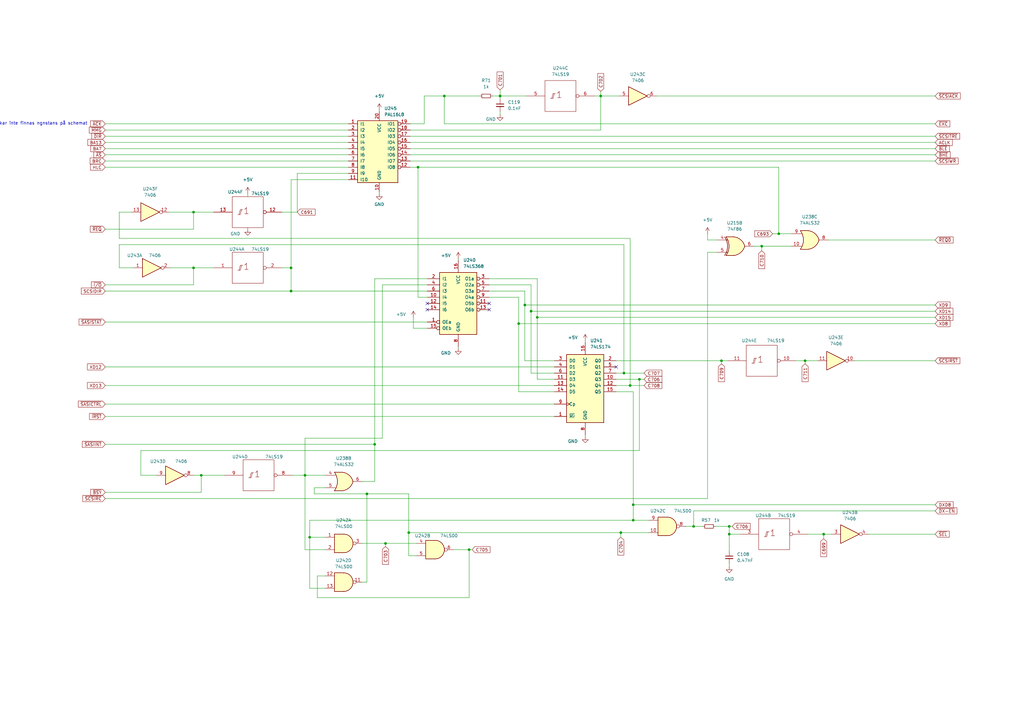
<source format=kicad_sch>
(kicad_sch (version 20211123) (generator eeschema)
  (paper "A3")
  (lib_symbols
    (symbol "74xx:74LS00" (pin_names (offset 1.016))
      (property "Reference" "U" (at 0 1.27 0))
      (property "Value" "74LS00" (at 0 -1.27 0))
      (symbol "74LS00_1_1"
        (pin input line (at -7.62 2.54 0) (length 3.81) (name "~") (number "1"))
        (pin input line (at -7.62 -2.54 0) (length 3.81) (name "~") (number "2"))
        (pin output inverted (at 7.62 0 180) (length 3.81) (name "~") (number "3"))
      )
      (symbol "74LS00_1_2"
        (pin input inverted (at -7.62 2.54 0) (length 4.318) (name "~") (number "1"))
        (pin input inverted (at -7.62 -2.54 0) (length 4.318) (name "~") (number "2"))
        (pin output line (at 7.62 0 180) (length 3.81) (name "~") (number "3"))
      )
      (symbol "74LS00_2_1"
        (pin input line (at -7.62 2.54 0) (length 3.81) (name "~") (number "4"))
        (pin input line (at -7.62 -2.54 0) (length 3.81) (name "~") (number "5"))
        (pin output inverted (at 7.62 0 180) (length 3.81) (name "~") (number "6"))
      )
      (symbol "74LS00_2_2"
        (pin input inverted (at -7.62 2.54 0) (length 4.318) (name "~") (number "4"))
        (pin input inverted (at -7.62 -2.54 0) (length 4.318) (name "~") (number "5"))
        (pin output line (at 7.62 0 180) (length 3.81) (name "~") (number "6"))
      )
      (symbol "74LS00_3_1"
        (pin input line (at -7.62 -2.54 0) (length 3.81) (name "~") (number "10"))
        (pin output inverted (at 7.62 0 180) (length 3.81) (name "~") (number "8"))
        (pin input line (at -7.62 2.54 0) (length 3.81) (name "~") (number "9"))
      )
      (symbol "74LS00_3_2"
        (pin input inverted (at -7.62 -2.54 0) (length 4.318) (name "~") (number "10"))
        (pin output line (at 7.62 0 180) (length 3.81) (name "~") (number "8"))
        (pin input inverted (at -7.62 2.54 0) (length 4.318) (name "~") (number "9"))
      )
      (symbol "74LS00_4_1"
        (pin output inverted (at 7.62 0 180) (length 3.81) (name "~") (number "11"))
        (pin input line (at -7.62 2.54 0) (length 3.81) (name "~") (number "12"))
        (pin input line (at -7.62 -2.54 0) (length 3.81) (name "~") (number "13"))
      )
      (symbol "74LS00_4_2"
        (pin output line (at 7.62 0 180) (length 3.81) (name "~") (number "11"))
        (pin input inverted (at -7.62 2.54 0) (length 4.318) (name "~") (number "12"))
        (pin input inverted (at -7.62 -2.54 0) (length 4.318) (name "~") (number "13"))
      )
      (symbol "74LS00_5_0"
        (pin power_in line (at 0 12.7 270) (length 5.08) (name "VCC") (number "14"))
        (pin power_in line (at 0 -12.7 90) (length 5.08) (name "GND") (number "7"))
      )
    )
    (symbol "74xx:74LS06" (pin_names (offset 1.016))
      (property "Reference" "U" (at 0 1.27 0))
      (property "Value" "74LS06" (at 0 -1.27 0))
      (symbol "74LS06_1_0"
        (pin input line (at -7.62 0 0) (length 3.81) (name "~") (number "1"))
        (pin open_collector inverted (at 7.62 0 180) (length 3.81) (name "~") (number "2"))
      )
      (symbol "74LS06_2_0"
        (pin input line (at -7.62 0 0) (length 3.81) (name "~") (number "3"))
        (pin open_collector inverted (at 7.62 0 180) (length 3.81) (name "~") (number "4"))
      )
      (symbol "74LS06_3_0"
        (pin input line (at -7.62 0 0) (length 3.81) (name "~") (number "5"))
        (pin open_collector inverted (at 7.62 0 180) (length 3.81) (name "~") (number "6"))
      )
      (symbol "74LS06_4_0"
        (pin open_collector inverted (at 7.62 0 180) (length 3.81) (name "~") (number "8"))
        (pin input line (at -7.62 0 0) (length 3.81) (name "~") (number "9"))
      )
      (symbol "74LS06_5_0"
        (pin open_collector inverted (at 7.62 0 180) (length 3.81) (name "~") (number "10"))
        (pin input line (at -7.62 0 0) (length 3.81) (name "~") (number "11"))
      )
      (symbol "74LS06_6_0"
        (pin open_collector inverted (at 7.62 0 180) (length 3.81) (name "~") (number "12"))
        (pin input line (at -7.62 0 0) (length 3.81) (name "~") (number "13"))
      )
      (symbol "74LS06_7_0"
        (pin power_in line (at 0 12.7 270) (length 5.08) (name "VCC") (number "14"))
        (pin power_in line (at 0 -12.7 90) (length 5.08) (name "GND") (number "7"))
      )
    )
    (symbol "74xx:74LS174" (pin_names (offset 1.016))
      (property "Reference" "U" (at -7.62 13.97 0))
      (property "Value" "74LS174" (at -7.62 -16.51 0))
      (symbol "74LS174_1_0"
        (pin input line (at -12.7 -12.7 0) (length 5.08) (name "~{Mr}") (number "1"))
        (pin output line (at 12.7 2.54 180) (length 5.08) (name "Q3") (number "10"))
        (pin input line (at -12.7 2.54 0) (length 5.08) (name "D3") (number "11"))
        (pin output line (at 12.7 0 180) (length 5.08) (name "Q4") (number "12"))
        (pin input line (at -12.7 0 0) (length 5.08) (name "D4") (number "13"))
        (pin input line (at -12.7 -2.54 0) (length 5.08) (name "D5") (number "14"))
        (pin output line (at 12.7 -2.54 180) (length 5.08) (name "Q5") (number "15"))
        (pin power_in line (at 0 17.78 270) (length 5.08) (name "VCC") (number "16"))
        (pin output line (at 12.7 10.16 180) (length 5.08) (name "Q0") (number "2"))
        (pin input line (at -12.7 10.16 0) (length 5.08) (name "D0") (number "3"))
        (pin input line (at -12.7 7.62 0) (length 5.08) (name "D1") (number "4"))
        (pin output line (at 12.7 7.62 180) (length 5.08) (name "Q1") (number "5"))
        (pin input line (at -12.7 5.08 0) (length 5.08) (name "D2") (number "6"))
        (pin output line (at 12.7 5.08 180) (length 5.08) (name "Q2") (number "7"))
        (pin power_in line (at 0 -20.32 90) (length 5.08) (name "GND") (number "8"))
        (pin input clock (at -12.7 -7.62 0) (length 5.08) (name "Cp") (number "9"))
      )
    )
    (symbol "74xx:74LS32" (pin_names (offset 1.016))
      (property "Reference" "U" (at 0 1.27 0))
      (property "Value" "74LS32" (at 0 -1.27 0))
      (symbol "74LS32_1_1"
        (pin input line (at -7.62 2.54 0) (length 4.318) (name "~") (number "1"))
        (pin input line (at -7.62 -2.54 0) (length 4.318) (name "~") (number "2"))
        (pin output line (at 7.62 0 180) (length 3.81) (name "~") (number "3"))
      )
      (symbol "74LS32_1_2"
        (pin input inverted (at -7.62 2.54 0) (length 3.81) (name "~") (number "1"))
        (pin input inverted (at -7.62 -2.54 0) (length 3.81) (name "~") (number "2"))
        (pin output inverted (at 7.62 0 180) (length 3.81) (name "~") (number "3"))
      )
      (symbol "74LS32_2_1"
        (pin input line (at -7.62 2.54 0) (length 4.318) (name "~") (number "4"))
        (pin input line (at -7.62 -2.54 0) (length 4.318) (name "~") (number "5"))
        (pin output line (at 7.62 0 180) (length 3.81) (name "~") (number "6"))
      )
      (symbol "74LS32_2_2"
        (pin input inverted (at -7.62 2.54 0) (length 3.81) (name "~") (number "4"))
        (pin input inverted (at -7.62 -2.54 0) (length 3.81) (name "~") (number "5"))
        (pin output inverted (at 7.62 0 180) (length 3.81) (name "~") (number "6"))
      )
      (symbol "74LS32_3_1"
        (pin input line (at -7.62 -2.54 0) (length 4.318) (name "~") (number "10"))
        (pin output line (at 7.62 0 180) (length 3.81) (name "~") (number "8"))
        (pin input line (at -7.62 2.54 0) (length 4.318) (name "~") (number "9"))
      )
      (symbol "74LS32_3_2"
        (pin input inverted (at -7.62 -2.54 0) (length 3.81) (name "~") (number "10"))
        (pin output inverted (at 7.62 0 180) (length 3.81) (name "~") (number "8"))
        (pin input inverted (at -7.62 2.54 0) (length 3.81) (name "~") (number "9"))
      )
      (symbol "74LS32_4_1"
        (pin output line (at 7.62 0 180) (length 3.81) (name "~") (number "11"))
        (pin input line (at -7.62 2.54 0) (length 4.318) (name "~") (number "12"))
        (pin input line (at -7.62 -2.54 0) (length 4.318) (name "~") (number "13"))
      )
      (symbol "74LS32_4_2"
        (pin output inverted (at 7.62 0 180) (length 3.81) (name "~") (number "11"))
        (pin input inverted (at -7.62 2.54 0) (length 3.81) (name "~") (number "12"))
        (pin input inverted (at -7.62 -2.54 0) (length 3.81) (name "~") (number "13"))
      )
      (symbol "74LS32_5_0"
        (pin power_in line (at 0 12.7 270) (length 5.08) (name "VCC") (number "14"))
        (pin power_in line (at 0 -12.7 90) (length 5.08) (name "GND") (number "7"))
      )
    )
    (symbol "74xx:74LS368" (pin_names (offset 1.016))
      (property "Reference" "U" (at -7.62 13.97 0))
      (property "Value" "74LS368" (at -7.62 -13.97 0))
      (symbol "74LS368_1_0"
        (pin input inverted (at -12.7 -7.62 0) (length 5.08) (name "OEa") (number "1"))
        (pin input line (at -12.7 2.54 0) (length 5.08) (name "I4") (number "10"))
        (pin tri_state inverted (at 12.7 0 180) (length 5.08) (name "O5b") (number "11"))
        (pin input line (at -12.7 0 0) (length 5.08) (name "I5") (number "12"))
        (pin tri_state inverted (at 12.7 -2.54 180) (length 5.08) (name "O6b") (number "13"))
        (pin input line (at -12.7 -2.54 0) (length 5.08) (name "I6") (number "14"))
        (pin input inverted (at -12.7 -10.16 0) (length 5.08) (name "OEb") (number "15"))
        (pin power_in line (at 0 17.78 270) (length 5.08) (name "VCC") (number "16"))
        (pin input line (at -12.7 10.16 0) (length 5.08) (name "I1") (number "2"))
        (pin tri_state inverted (at 12.7 10.16 180) (length 5.08) (name "O1a") (number "3"))
        (pin input line (at -12.7 7.62 0) (length 5.08) (name "I2") (number "4"))
        (pin tri_state inverted (at 12.7 7.62 180) (length 5.08) (name "O2a") (number "5"))
        (pin input line (at -12.7 5.08 0) (length 5.08) (name "I3") (number "6"))
        (pin tri_state inverted (at 12.7 5.08 180) (length 5.08) (name "O3a") (number "7"))
        (pin power_in line (at 0 -17.78 90) (length 5.08) (name "GND") (number "8"))
        (pin tri_state inverted (at 12.7 2.54 180) (length 5.08) (name "O4a") (number "9"))
      )
    )
    (symbol "74xx:74LS86" (pin_names (offset 1.016))
      (property "Reference" "U" (at 0 1.27 0))
      (property "Value" "74LS86" (at 0 -1.27 0))
      (symbol "74LS86_1_0"
        (pin input line (at -7.62 2.54 0) (length 4.445) (name "~") (number "1"))
        (pin input line (at -7.62 -2.54 0) (length 4.445) (name "~") (number "2"))
        (pin output line (at 7.62 0 180) (length 3.81) (name "~") (number "3"))
      )
      (symbol "74LS86_2_0"
        (pin input line (at -7.62 2.54 0) (length 4.445) (name "~") (number "4"))
        (pin input line (at -7.62 -2.54 0) (length 4.445) (name "~") (number "5"))
        (pin output line (at 7.62 0 180) (length 3.81) (name "~") (number "6"))
      )
      (symbol "74LS86_3_0"
        (pin input line (at -7.62 -2.54 0) (length 4.445) (name "~") (number "10"))
        (pin output line (at 7.62 0 180) (length 3.81) (name "~") (number "8"))
        (pin input line (at -7.62 2.54 0) (length 4.445) (name "~") (number "9"))
      )
      (symbol "74LS86_4_0"
        (pin output line (at 7.62 0 180) (length 3.81) (name "~") (number "11"))
        (pin input line (at -7.62 2.54 0) (length 4.445) (name "~") (number "12"))
        (pin input line (at -7.62 -2.54 0) (length 4.445) (name "~") (number "13"))
      )
      (symbol "74LS86_5_0"
        (pin power_in line (at 0 12.7 270) (length 5.08) (name "VCC") (number "14"))
        (pin power_in line (at 0 -12.7 90) (length 5.08) (name "GND") (number "7"))
      )
    )
    (symbol "74xx_IEEE:74LS19" (pin_names (offset 0.762))
      (property "Reference" "U" (at 3.81 7.62 0))
      (property "Value" "74LS19" (at 5.08 -7.62 0))
      (symbol "74LS19_0_0"
        (text "1" (at -0.508 0.508 0) (effects (font (size 2.54 2.54))))
      )
      (symbol "74LS19_0_1"
        (pin power_in line (at 0 6.35 270) (length 0) hide (name "Vcc") (number "14"))
        (pin power_in line (at 0 -6.35 90) (length 0) hide (name "Gnd") (number "7"))
      )
      (symbol "74LS19_1_1"
        (pin input line (at -13.97 0 0) (length 7.62) (name "~") (number "1"))
        (pin output inverted (at 13.97 0 180) (length 7.62) (name "~") (number "2"))
      )
      (symbol "74LS19_2_1"
        (pin input line (at -13.97 0 0) (length 7.62) (name "~") (number "3"))
        (pin output inverted (at 13.97 0 180) (length 7.62) (name "~") (number "4"))
      )
      (symbol "74LS19_3_1"
        (pin input line (at -13.97 0 0) (length 7.62) (name "~") (number "5"))
        (pin output inverted (at 13.97 0 180) (length 7.62) (name "~") (number "6"))
      )
      (symbol "74LS19_4_1"
        (pin output inverted (at 13.97 0 180) (length 7.62) (name "~") (number "8"))
        (pin input line (at -13.97 0 0) (length 7.62) (name "~") (number "9"))
      )
      (symbol "74LS19_5_1"
        (pin output inverted (at 13.97 0 180) (length 7.62) (name "~") (number "10"))
        (pin input line (at -13.97 0 0) (length 7.62) (name "~") (number "11"))
      )
      (symbol "74LS19_6_1"
        (pin output inverted (at 13.97 0 180) (length 7.62) (name "~") (number "12"))
        (pin input line (at -13.97 0 0) (length 7.62) (name "~") (number "13"))
      )
    )
    (symbol "Device:C_Small" (pin_numbers hide) (pin_names (offset 0.254) hide)
      (property "Reference" "C" (at 0.254 1.778 0))
      (property "Value" "C_Small" (at 0.254 -2.032 0))
      (symbol "C_Small_1_1"
        (pin passive line (at 0 2.54 270) (length 2.032) (name "~") (number "1"))
        (pin passive line (at 0 -2.54 90) (length 2.032) (name "~") (number "2"))
      )
    )
    (symbol "Device:R_Small" (pin_numbers hide) (pin_names (offset 0.254) hide)
      (property "Reference" "R" (at 0.762 0.508 0))
      (property "Value" "R_Small" (at 0.762 -1.016 0))
      (symbol "R_Small_1_1"
        (pin passive line (at 0 2.54 270) (length 0.762) (name "~") (number "1"))
        (pin passive line (at 0 -2.54 90) (length 0.762) (name "~") (number "2"))
      )
    )
    (symbol "Logic_Programmable:PAL16L8" (pin_names (offset 1.016))
      (property "Reference" "U" (at -8.89 16.51 0))
      (property "Value" "PAL16L8" (at 1.27 16.51 0))
      (symbol "PAL16L8_0_0"
        (pin power_in line (at 0 -15.24 90) (length 3.81) (name "GND") (number "10"))
        (pin power_in line (at 0 17.78 270) (length 3.81) (name "VCC") (number "20"))
      )
      (symbol "PAL16L8_1_1"
        (pin input line (at -12.7 12.7 0) (length 3.81) (name "I1") (number "1"))
        (pin input line (at -12.7 -10.16 0) (length 3.81) (name "I10") (number "11"))
        (pin tri_state inverted (at 12.7 -5.08 180) (length 5.08) (name "IO8") (number "12"))
        (pin tri_state inverted (at 12.7 -2.54 180) (length 5.08) (name "IO7") (number "13"))
        (pin tri_state inverted (at 12.7 0 180) (length 5.08) (name "IO6") (number "14"))
        (pin tri_state inverted (at 12.7 2.54 180) (length 5.08) (name "IO5") (number "15"))
        (pin tri_state inverted (at 12.7 5.08 180) (length 5.08) (name "IO4") (number "16"))
        (pin tri_state inverted (at 12.7 7.62 180) (length 5.08) (name "I03") (number "17"))
        (pin tri_state inverted (at 12.7 10.16 180) (length 5.08) (name "IO2") (number "18"))
        (pin tri_state inverted (at 12.7 12.7 180) (length 5.08) (name "IO1") (number "19"))
        (pin input line (at -12.7 10.16 0) (length 3.81) (name "I2") (number "2"))
        (pin input line (at -12.7 7.62 0) (length 3.81) (name "I3") (number "3"))
        (pin input line (at -12.7 5.08 0) (length 3.81) (name "I4") (number "4"))
        (pin input line (at -12.7 2.54 0) (length 3.81) (name "I5") (number "5"))
        (pin input line (at -12.7 0 0) (length 3.81) (name "I6") (number "6"))
        (pin input line (at -12.7 -2.54 0) (length 3.81) (name "I7") (number "7"))
        (pin input line (at -12.7 -5.08 0) (length 3.81) (name "I8") (number "8"))
        (pin input line (at -12.7 -7.62 0) (length 3.81) (name "I9") (number "9"))
      )
    )
    (symbol "power:+5V" (power) (pin_names (offset 0))
      (property "Value" "+5V" (at 0 3.556 0))
      (symbol "+5V_1_1"
        (pin power_in line (at 0 0 90) (length 0) hide (name "+5V") (number "1"))
      )
    )
    (symbol "power:GND" (power) (pin_names (offset 0))
      (property "Value" "GND" (at 0 -3.81 0))
      (symbol "GND_1_1"
        (pin power_in line (at 0 0 270) (length 0) hide (name "GND") (number "1"))
      )
    )
  )
  (junction (at 255.905 153.035))
  (junction (at 127 220.345))
  (junction (at 167.64 218.44))
  (junction (at 119.38 119.38))
  (junction (at 150.495 202.565))
  (junction (at 215.265 125.095))
  (junction (at 205.105 39.37))
  (junction (at 119.38 109.855))
  (junction (at 171.45 68.58))
  (junction (at 312.42 100.965))
  (junction (at 319.405 95.885))
  (junction (at 259.715 207.01))
  (junction (at 299.085 215.9))
  (junction (at 217.805 127.635))
  (junction (at 258.445 158.115))
  (junction (at 153.67 182.245))
  (junction (at 79.375 109.855))
  (junction (at 262.255 155.575))
  (junction (at 299.085 219.075))
  (junction (at 295.91 147.955))
  (junction (at 182.245 39.37))
  (junction (at 246.38 39.37))
  (junction (at 284.48 215.9))
  (junction (at 158.115 222.885))
  (junction (at 212.725 132.715))
  (junction (at 220.345 130.175))
  (junction (at 79.375 86.995))
  (junction (at 125.095 194.945))
  (junction (at 330.2 147.955))
  (junction (at 192.405 225.425))
  (junction (at 259.715 213.36))
  (junction (at 254.635 218.44))
  (junction (at 82.55 194.945))
  (junction (at 337.82 219.075))
  (no_connect (at 252.73 150.495))
  (no_connect (at 200.66 124.46))
  (no_connect (at 200.66 127))
  (no_connect (at 175.26 127))
  (no_connect (at 175.26 124.46))
  (wire (pts (xy 79.375 194.945) (xy 82.55 194.945)))
  (wire (pts (xy 43.18 66.04) (xy 142.875 66.04)))
  (wire (pts (xy 220.345 130.175) (xy 220.345 114.3)))
  (wire (pts (xy 168.275 66.04) (xy 383.54 66.04)))
  (wire (pts (xy 259.715 160.655) (xy 259.715 207.01)))
  (wire (pts (xy 299.085 231.14) (xy 299.085 232.41)))
  (wire (pts (xy 125.095 194.945) (xy 125.095 225.425)))
  (wire (pts (xy 43.18 204.47) (xy 290.195 204.47)))
  (wire (pts (xy 220.345 155.575) (xy 220.345 130.175)))
  (wire (pts (xy 330.2 147.955) (xy 330.2 149.225)))
  (wire (pts (xy 187.96 106.045) (xy 187.96 106.68)))
  (wire (pts (xy 153.67 182.245) (xy 153.67 197.485)))
  (wire (pts (xy 48.895 86.995) (xy 48.895 97.79)))
  (wire (pts (xy 255.905 153.035) (xy 255.905 100.33)))
  (wire (pts (xy 220.345 155.575) (xy 227.33 155.575)))
  (wire (pts (xy 120.015 194.945) (xy 125.095 194.945)))
  (wire (pts (xy 205.105 36.83) (xy 205.105 39.37)))
  (wire (pts (xy 79.375 93.98) (xy 79.375 86.995)))
  (wire (pts (xy 246.38 37.465) (xy 246.38 39.37)))
  (wire (pts (xy 48.895 100.33) (xy 48.895 109.855)))
  (wire (pts (xy 252.73 160.655) (xy 259.715 160.655)))
  (wire (pts (xy 254.635 218.44) (xy 254.635 220.345)))
  (wire (pts (xy 128.905 202.565) (xy 128.905 200.025)))
  (wire (pts (xy 82.55 194.945) (xy 92.075 194.945)))
  (wire (pts (xy 43.18 150.495) (xy 227.33 150.495)))
  (wire (pts (xy 43.18 63.5) (xy 142.875 63.5)))
  (wire (pts (xy 312.42 100.965) (xy 324.485 100.965)))
  (wire (pts (xy 155.575 78.74) (xy 155.575 79.375)))
  (wire (pts (xy 57.785 194.945) (xy 64.135 194.945)))
  (wire (pts (xy 156.845 179.705) (xy 156.845 116.84)))
  (wire (pts (xy 43.18 50.8) (xy 142.875 50.8)))
  (wire (pts (xy 252.73 155.575) (xy 262.255 155.575)))
  (wire (pts (xy 259.715 213.36) (xy 127 213.36)))
  (wire (pts (xy 220.345 130.175) (xy 383.54 130.175)))
  (wire (pts (xy 127 241.3) (xy 133.35 241.3)))
  (wire (pts (xy 290.195 95.885) (xy 290.195 98.425)))
  (wire (pts (xy 167.64 218.44) (xy 254.635 218.44)))
  (wire (pts (xy 79.375 109.855) (xy 87.63 109.855)))
  (wire (pts (xy 127 213.36) (xy 127 220.345)))
  (wire (pts (xy 316.865 95.885) (xy 319.405 95.885)))
  (wire (pts (xy 121.92 86.995) (xy 121.92 71.12)))
  (wire (pts (xy 201.93 39.37) (xy 205.105 39.37)))
  (wire (pts (xy 48.895 109.855) (xy 54.61 109.855)))
  (wire (pts (xy 43.18 182.245) (xy 153.67 182.245)))
  (wire (pts (xy 158.115 222.885) (xy 158.115 224.155)))
  (wire (pts (xy 130.175 236.22) (xy 130.175 245.11)))
  (wire (pts (xy 215.265 125.095) (xy 215.265 147.955)))
  (wire (pts (xy 337.82 219.075) (xy 337.82 220.98)))
  (wire (pts (xy 155.575 45.085) (xy 155.575 45.72)))
  (wire (pts (xy 284.48 209.55) (xy 284.48 215.9)))
  (wire (pts (xy 171.45 121.92) (xy 175.26 121.92)))
  (wire (pts (xy 217.805 153.035) (xy 217.805 127.635)))
  (wire (pts (xy 200.66 121.92) (xy 212.725 121.92)))
  (wire (pts (xy 69.215 86.995) (xy 79.375 86.995)))
  (wire (pts (xy 217.805 116.84) (xy 200.66 116.84)))
  (wire (pts (xy 43.18 119.38) (xy 119.38 119.38)))
  (wire (pts (xy 156.845 116.84) (xy 175.26 116.84)))
  (wire (pts (xy 252.73 158.115) (xy 258.445 158.115)))
  (wire (pts (xy 252.73 147.955) (xy 295.91 147.955)))
  (wire (pts (xy 148.59 222.885) (xy 158.115 222.885)))
  (wire (pts (xy 356.235 219.075) (xy 383.54 219.075)))
  (wire (pts (xy 43.18 58.42) (xy 142.875 58.42)))
  (wire (pts (xy 246.38 53.34) (xy 246.38 39.37)))
  (wire (pts (xy 168.275 68.58) (xy 171.45 68.58)))
  (wire (pts (xy 153.67 114.3) (xy 175.26 114.3)))
  (wire (pts (xy 295.91 147.955) (xy 295.91 149.225)))
  (wire (pts (xy 255.905 153.035) (xy 264.16 153.035)))
  (wire (pts (xy 169.545 134.62) (xy 175.26 134.62)))
  (wire (pts (xy 212.725 132.715) (xy 383.54 132.715)))
  (wire (pts (xy 171.45 68.58) (xy 171.45 121.92)))
  (wire (pts (xy 215.265 125.095) (xy 383.54 125.095)))
  (wire (pts (xy 153.67 182.245) (xy 153.67 114.3)))
  (wire (pts (xy 259.715 213.36) (xy 266.065 213.36)))
  (wire (pts (xy 312.42 100.965) (xy 312.42 102.87)))
  (wire (pts (xy 252.73 153.035) (xy 255.905 153.035)))
  (wire (pts (xy 169.545 130.175) (xy 169.545 134.62)))
  (wire (pts (xy 167.64 218.44) (xy 167.64 227.965)))
  (wire (pts (xy 101.6 79.375) (xy 101.6 80.645)))
  (wire (pts (xy 43.18 55.88) (xy 142.875 55.88)))
  (wire (pts (xy 200.66 119.38) (xy 215.265 119.38)))
  (wire (pts (xy 294.005 98.425) (xy 290.195 98.425)))
  (wire (pts (xy 192.405 225.425) (xy 192.405 245.11)))
  (wire (pts (xy 127 220.345) (xy 127 241.3)))
  (wire (pts (xy 79.375 116.84) (xy 79.375 109.855)))
  (wire (pts (xy 101.6 93.345) (xy 101.6 93.98)))
  (wire (pts (xy 205.105 39.37) (xy 215.9 39.37)))
  (wire (pts (xy 299.085 219.075) (xy 299.085 226.06)))
  (wire (pts (xy 350.52 147.955) (xy 383.54 147.955)))
  (wire (pts (xy 119.38 73.66) (xy 142.875 73.66)))
  (wire (pts (xy 337.82 219.075) (xy 340.995 219.075)))
  (wire (pts (xy 43.18 53.34) (xy 142.875 53.34)))
  (wire (pts (xy 167.64 202.565) (xy 167.64 218.44)))
  (wire (pts (xy 125.095 194.945) (xy 133.35 194.945)))
  (wire (pts (xy 79.375 86.995) (xy 87.63 86.995)))
  (wire (pts (xy 119.38 119.38) (xy 175.26 119.38)))
  (wire (pts (xy 294.005 103.505) (xy 290.195 103.505)))
  (wire (pts (xy 212.725 121.92) (xy 212.725 132.715)))
  (wire (pts (xy 182.245 50.8) (xy 383.54 50.8)))
  (wire (pts (xy 299.085 215.9) (xy 299.085 219.075)))
  (wire (pts (xy 43.18 93.98) (xy 79.375 93.98)))
  (wire (pts (xy 125.095 179.705) (xy 156.845 179.705)))
  (wire (pts (xy 168.275 58.42) (xy 383.54 58.42)))
  (wire (pts (xy 119.38 109.855) (xy 119.38 119.38)))
  (wire (pts (xy 326.39 147.955) (xy 330.2 147.955)))
  (wire (pts (xy 205.105 45.72) (xy 205.105 46.99)))
  (wire (pts (xy 205.105 39.37) (xy 205.105 40.64)))
  (wire (pts (xy 128.905 202.565) (xy 150.495 202.565)))
  (wire (pts (xy 69.85 109.855) (xy 79.375 109.855)))
  (wire (pts (xy 173.99 50.8) (xy 173.99 39.37)))
  (wire (pts (xy 43.18 158.115) (xy 227.33 158.115)))
  (wire (pts (xy 259.715 207.01) (xy 259.715 213.36)))
  (wire (pts (xy 217.805 127.635) (xy 217.805 116.84)))
  (wire (pts (xy 82.55 194.945) (xy 82.55 201.93)))
  (wire (pts (xy 168.275 53.34) (xy 246.38 53.34)))
  (wire (pts (xy 240.03 178.435) (xy 240.03 179.07)))
  (wire (pts (xy 167.64 227.965) (xy 170.815 227.965)))
  (wire (pts (xy 153.67 197.485) (xy 148.59 197.485)))
  (wire (pts (xy 150.495 202.565) (xy 167.64 202.565)))
  (wire (pts (xy 57.785 184.785) (xy 57.785 194.945)))
  (wire (pts (xy 82.55 201.93) (xy 43.18 201.93)))
  (wire (pts (xy 53.975 86.995) (xy 48.895 86.995)))
  (wire (pts (xy 254.635 218.44) (xy 266.065 218.44)))
  (wire (pts (xy 212.725 160.655) (xy 227.33 160.655)))
  (wire (pts (xy 43.18 68.58) (xy 142.875 68.58)))
  (wire (pts (xy 259.715 207.01) (xy 383.54 207.01)))
  (wire (pts (xy 217.805 127.635) (xy 383.54 127.635)))
  (wire (pts (xy 168.275 63.5) (xy 383.54 63.5)))
  (wire (pts (xy 182.245 39.37) (xy 196.85 39.37)))
  (wire (pts (xy 262.255 155.575) (xy 262.255 184.785)))
  (wire (pts (xy 269.24 39.37) (xy 383.54 39.37)))
  (wire (pts (xy 290.195 103.505) (xy 290.195 204.47)))
  (wire (pts (xy 171.45 68.58) (xy 319.405 68.58)))
  (wire (pts (xy 240.03 139.7) (xy 240.03 140.335)))
  (wire (pts (xy 125.095 194.945) (xy 125.095 179.705)))
  (wire (pts (xy 319.405 68.58) (xy 319.405 95.885)))
  (wire (pts (xy 119.38 109.855) (xy 119.38 73.66)))
  (wire (pts (xy 130.175 245.11) (xy 192.405 245.11)))
  (wire (pts (xy 130.175 236.22) (xy 133.35 236.22)))
  (wire (pts (xy 295.91 147.955) (xy 298.45 147.955)))
  (wire (pts (xy 133.35 220.345) (xy 127 220.345)))
  (wire (pts (xy 119.38 109.855) (xy 115.57 109.855)))
  (wire (pts (xy 187.96 142.24) (xy 187.96 142.875)))
  (wire (pts (xy 168.275 50.8) (xy 173.99 50.8)))
  (wire (pts (xy 243.84 39.37) (xy 246.38 39.37)))
  (wire (pts (xy 284.48 215.9) (xy 288.29 215.9)))
  (wire (pts (xy 258.445 158.115) (xy 264.16 158.115)))
  (wire (pts (xy 150.495 202.565) (xy 150.495 238.76)))
  (wire (pts (xy 43.18 170.815) (xy 227.33 170.815)))
  (wire (pts (xy 299.085 219.075) (xy 303.53 219.075)))
  (wire (pts (xy 43.18 116.84) (xy 79.375 116.84)))
  (wire (pts (xy 158.115 222.885) (xy 170.815 222.885)))
  (wire (pts (xy 57.785 184.785) (xy 262.255 184.785)))
  (wire (pts (xy 220.345 114.3) (xy 200.66 114.3)))
  (wire (pts (xy 128.905 200.025) (xy 133.35 200.025)))
  (wire (pts (xy 43.18 165.735) (xy 227.33 165.735)))
  (wire (pts (xy 227.33 153.035) (xy 217.805 153.035)))
  (wire (pts (xy 48.895 97.79) (xy 258.445 97.79)))
  (wire (pts (xy 309.245 100.965) (xy 312.42 100.965)))
  (wire (pts (xy 168.275 55.88) (xy 383.54 55.88)))
  (wire (pts (xy 255.905 100.33) (xy 48.895 100.33)))
  (wire (pts (xy 182.245 50.8) (xy 182.245 39.37)))
  (wire (pts (xy 192.405 225.425) (xy 186.055 225.425)))
  (wire (pts (xy 299.085 215.9) (xy 300.355 215.9)))
  (wire (pts (xy 43.18 60.96) (xy 142.875 60.96)))
  (wire (pts (xy 173.99 39.37) (xy 182.245 39.37)))
  (wire (pts (xy 43.18 132.08) (xy 175.26 132.08)))
  (wire (pts (xy 115.57 86.995) (xy 121.92 86.995)))
  (wire (pts (xy 148.59 238.76) (xy 150.495 238.76)))
  (wire (pts (xy 215.265 119.38) (xy 215.265 125.095)))
  (wire (pts (xy 331.47 219.075) (xy 337.82 219.075)))
  (wire (pts (xy 262.255 155.575) (xy 264.16 155.575)))
  (wire (pts (xy 246.38 39.37) (xy 254 39.37)))
  (wire (pts (xy 215.265 147.955) (xy 227.33 147.955)))
  (wire (pts (xy 168.275 60.96) (xy 383.54 60.96)))
  (wire (pts (xy 383.54 209.55) (xy 284.48 209.55)))
  (wire (pts (xy 212.725 132.715) (xy 212.725 160.655)))
  (wire (pts (xy 319.405 95.885) (xy 324.485 95.885)))
  (wire (pts (xy 293.37 215.9) (xy 299.085 215.9)))
  (wire (pts (xy 330.2 147.955) (xy 335.28 147.955)))
  (wire (pts (xy 121.92 71.12) (xy 142.875 71.12)))
  (wire (pts (xy 281.305 215.9) (xy 284.48 215.9)))
  (wire (pts (xy 258.445 97.79) (xy 258.445 158.115)))
  (wire (pts (xy 125.095 225.425) (xy 133.35 225.425)))
  (wire (pts (xy 339.725 98.425) (xy 383.54 98.425)))
  (wire (pts (xy 192.405 225.425) (xy 193.675 225.425)))
  (text "Verkar inte finnas ngnstans på schemat\n" (at -3.175 51.435 0) (effects (font (size 1.27 1.27)) (justify left bottom)))
  (global_label "SCSIDIR" (shape input) (at 43.18 119.38 180) (property "Intersheet References" "${INTERSHEET_REFS}" (effects hide)))
  (global_label "C707" (shape input) (at 264.16 153.035 0) (property "Intersheet References" "${INTERSHEET_REFS}" (effects hide)))
  (global_label "XD15" (shape input) (at 383.54 130.175 0) (property "Intersheet References" "${INTERSHEET_REFS}" (effects hide)))
  (global_label "C701" (shape input) (at 205.105 36.83 90) (property "Intersheet References" "${INTERSHEET_REFS}" (effects hide)))
  (global_label "~{SEL}" (shape input) (at 383.54 219.075 0) (property "Intersheet References" "${INTERSHEET_REFS}" (effects hide)))
  (global_label "~{BLE}" (shape input) (at 383.54 60.96 0) (property "Intersheet References" "${INTERSHEET_REFS}" (effects hide)))
  (global_label "~{SASIINT}" (shape input) (at 43.18 182.245 180) (property "Intersheet References" "${INTERSHEET_REFS}" (effects hide)))
  (global_label "~{BSY}" (shape input) (at 43.18 201.93 180) (property "Intersheet References" "${INTERSHEET_REFS}" (effects hide)))
  (global_label "~{BHE}" (shape input) (at 383.54 63.5 0) (property "Intersheet References" "${INTERSHEET_REFS}" (effects hide)))
  (global_label "C693" (shape input) (at 316.865 95.885 180) (property "Intersheet References" "${INTERSHEET_REFS}" (effects hide)))
  (global_label "XD12" (shape input) (at 43.18 150.495 180) (property "Intersheet References" "${INTERSHEET_REFS}" (effects hide)))
  (global_label "~{SASISTAT}" (shape input) (at 43.18 132.08 180) (property "Intersheet References" "${INTERSHEET_REFS}" (effects hide)))
  (global_label "C710" (shape input) (at 312.42 102.87 270) (property "Intersheet References" "${INTERSHEET_REFS}" (effects hide)))
  (global_label "C702" (shape input) (at 246.38 37.465 90) (property "Intersheet References" "${INTERSHEET_REFS}" (effects hide)))
  (global_label "~{DIR}" (shape input) (at 43.18 55.88 180) (property "Intersheet References" "${INTERSHEET_REFS}" (effects hide)))
  (global_label "~{REQ0}" (shape input) (at 383.54 98.425 0) (property "Intersheet References" "${INTERSHEET_REFS}" (effects hide)))
  (global_label "C711" (shape input) (at 330.2 149.225 270) (property "Intersheet References" "${INTERSHEET_REFS}" (effects hide)))
  (global_label "~{SASICTRL}" (shape input) (at 43.18 165.735 180) (property "Intersheet References" "${INTERSHEET_REFS}" (effects hide)))
  (global_label "~{SCSITRE}" (shape input) (at 383.54 55.88 0) (property "Intersheet References" "${INTERSHEET_REFS}" (effects hide)))
  (global_label "C708" (shape input) (at 264.16 158.115 0) (property "Intersheet References" "${INTERSHEET_REFS}" (effects hide)))
  (global_label "~{SCSIRST}" (shape input) (at 383.54 147.955 0) (property "Intersheet References" "${INTERSHEET_REFS}" (effects hide)))
  (global_label "~{SCSIACK}" (shape input) (at 383.54 39.37 0) (property "Intersheet References" "${INTERSHEET_REFS}" (effects hide)))
  (global_label "~{REQ}" (shape input) (at 43.18 93.98 180) (property "Intersheet References" "${INTERSHEET_REFS}" (effects hide)))
  (global_label "~{DX-EN}" (shape input) (at 383.54 209.55 0) (property "Intersheet References" "${INTERSHEET_REFS}" (effects hide)))
  (global_label "XD13" (shape input) (at 43.18 158.115 180) (property "Intersheet References" "${INTERSHEET_REFS}" (effects hide)))
  (global_label "~{SCSIRC}" (shape input) (at 43.18 204.47 180) (property "Intersheet References" "${INTERSHEET_REFS}" (effects hide)))
  (global_label "~{EXC}" (shape input) (at 383.54 50.8 0) (property "Intersheet References" "${INTERSHEET_REFS}" (effects hide)))
  (global_label "HLC" (shape input) (at 43.18 68.58 180) (property "Intersheet References" "${INTERSHEET_REFS}" (effects hide)))
  (global_label "~{ACK}" (shape input) (at 43.18 50.8 180) (property "Intersheet References" "${INTERSHEET_REFS}" (effects hide)))
  (global_label "XD14" (shape input) (at 383.54 127.635 0) (property "Intersheet References" "${INTERSHEET_REFS}" (effects hide)))
  (global_label "BRC" (shape input) (at 43.18 66.04 180) (property "Intersheet References" "${INTERSHEET_REFS}" (effects hide)))
  (global_label "~{MMG}" (shape input) (at 43.18 53.34 180) (property "Intersheet References" "${INTERSHEET_REFS}" (effects hide)))
  (global_label "~{SCSIWR}" (shape input) (at 383.54 66.04 0) (property "Intersheet References" "${INTERSHEET_REFS}" (effects hide)))
  (global_label "C705" (shape input) (at 193.675 225.425 0) (property "Intersheet References" "${INTERSHEET_REFS}" (effects hide)))
  (global_label "~{I{slash}O}" (shape input) (at 43.18 116.84 180) (property "Intersheet References" "${INTERSHEET_REFS}" (effects hide)))
  (global_label "C691" (shape input) (at 121.92 86.995 0) (property "Intersheet References" "${INTERSHEET_REFS}" (effects hide)))
  (global_label "BA13" (shape input) (at 43.18 58.42 180) (property "Intersheet References" "${INTERSHEET_REFS}" (effects hide)))
  (global_label "C703" (shape input) (at 158.115 224.155 270) (property "Intersheet References" "${INTERSHEET_REFS}" (effects hide)))
  (global_label "DXD8" (shape input) (at 383.54 207.01 0) (property "Intersheet References" "${INTERSHEET_REFS}" (effects hide)))
  (global_label "ACLK" (shape input) (at 383.54 58.42 0) (property "Intersheet References" "${INTERSHEET_REFS}" (effects hide)))
  (global_label "~{AS}" (shape input) (at 43.18 63.5 180) (property "Intersheet References" "${INTERSHEET_REFS}" (effects hide)))
  (global_label "C706" (shape input) (at 264.16 155.575 0) (property "Intersheet References" "${INTERSHEET_REFS}" (effects hide)))
  (global_label "XD9" (shape input) (at 383.54 125.095 0) (property "Intersheet References" "${INTERSHEET_REFS}" (effects hide)))
  (global_label "C706" (shape input) (at 300.355 215.9 0) (property "Intersheet References" "${INTERSHEET_REFS}" (effects hide)))
  (global_label "~{IRST}" (shape input) (at 43.18 170.815 180) (property "Intersheet References" "${INTERSHEET_REFS}" (effects hide)))
  (global_label "C709" (shape input) (at 295.91 149.225 270) (property "Intersheet References" "${INTERSHEET_REFS}" (effects hide)))
  (global_label "XD8" (shape input) (at 383.54 132.715 0) (property "Intersheet References" "${INTERSHEET_REFS}" (effects hide)))
  (global_label "C704" (shape input) (at 254.635 220.345 270) (property "Intersheet References" "${INTERSHEET_REFS}" (effects hide)))
  (global_label "BA7" (shape input) (at 43.18 60.96 180) (property "Intersheet References" "${INTERSHEET_REFS}" (effects hide)))
  (global_label "C699" (shape input) (at 337.82 220.98 270) (property "Intersheet References" "${INTERSHEET_REFS}" (effects hide)))
  (symbol (lib_id "74xx:74LS06") (at 348.615 219.075 0) (unit 2)
    (property "Reference" "U243" (at 348.615 210.185 0))
    (property "Value" "7406" (at 348.615 212.725 0))
    (property "Footprint" "Package_DIP:DIP-14_W7.62mm" (effects hide))
    (property "Datasheet" "http://www.ti.com/lit/gpn/sn74LS06" (effects hide))
  )
  (symbol (lib_id "power:GND") (at 101.6 93.98 0) (unit 1)
    (property "Reference" "#PWR0562" (effects hide))
    (property "Value" "GND" (at 96.52 95.885 0))
  )
  (symbol (lib_id "74xx:74LS06") (at 62.23 109.855 0) (unit 1)
    (property "Reference" "U243" (at 55.245 104.775 0))
    (property "Value" "7406" (at 63.5 104.775 0))
    (property "Footprint" "Package_DIP:DIP-14_W7.62mm" (effects hide))
    (property "Datasheet" "http://www.ti.com/lit/gpn/sn74LS06" (effects hide))
  )
  (symbol (lib_id "power:+5V") (at 240.03 139.7 0) (unit 1)
    (property "Reference" "#PWR0566" (effects hide))
    (property "Value" "+5V" (at 234.95 138.43 0))
  )
  (symbol (lib_id "74xx:74LS174") (at 240.03 158.115 0) (unit 1)
    (property "Reference" "U241" (at 242.0494 139.7 0) (effects (justify left)))
    (property "Value" "74LS174" (at 242.0494 142.24 0) (effects (justify left)))
    (property "Footprint" "Package_DIP:DIP-16_W7.62mm" (effects hide))
    (property "Datasheet" "http://www.ti.com/lit/gpn/sn74LS174" (effects hide))
  )
  (symbol (lib_id "74xx:74LS00") (at 140.97 222.885 0) (unit 1)
    (property "Reference" "U242" (at 140.97 213.36 0))
    (property "Value" "74LS00" (at 140.97 215.9 0))
    (property "Footprint" "Package_DIP:DIP-14_W7.62mm" (effects hide))
    (property "Datasheet" "http://www.ti.com/lit/gpn/sn74ls00" (effects hide))
  )
  (symbol (lib_id "power:+5V") (at 101.6 79.375 0) (unit 1)
    (property "Reference" "#PWR0561" (effects hide))
    (property "Value" "+5V" (at 101.6 73.66 0))
  )
  (symbol (lib_id "power:+5V") (at 169.545 130.175 0) (unit 1)
    (property "Reference" "#PWR0636" (effects hide))
    (property "Value" "+5V" (at 164.465 128.905 0))
  )
  (symbol (lib_id "74xx:74LS86") (at 301.625 100.965 0) (unit 2)
    (property "Reference" "U215" (at 301.3202 91.44 0))
    (property "Value" "74F86" (at 301.3202 93.98 0))
    (property "Footprint" "Package_DIP:DIP-14_W7.62mm" (effects hide))
    (property "Datasheet" "74xx/74ls86.pdf" (effects hide))
  )
  (symbol (lib_id "74xx:74LS00") (at 273.685 215.9 0) (unit 3)
    (property "Reference" "U242" (at 269.875 209.55 0))
    (property "Value" "74LS00" (at 280.035 209.55 0))
    (property "Footprint" "Package_DIP:DIP-14_W7.62mm" (effects hide))
    (property "Datasheet" "http://www.ti.com/lit/gpn/sn74ls00" (effects hide))
  )
  (symbol (lib_id "74xx:74LS32") (at 332.105 98.425 0) (unit 3)
    (property "Reference" "U238" (at 332.105 88.9 0))
    (property "Value" "74ALS32" (at 332.105 91.44 0))
    (property "Footprint" "Package_DIP:DIP-14_W7.62mm" (effects hide))
    (property "Datasheet" "http://www.ti.com/lit/gpn/sn74LS32" (effects hide))
  )
  (symbol (lib_id "power:GND") (at 240.03 179.07 0) (unit 1)
    (property "Reference" "#PWR0567" (effects hide))
    (property "Value" "GND" (at 234.95 180.975 0))
  )
  (symbol (lib_id "power:+5V") (at 187.96 106.045 0) (unit 1)
    (property "Reference" "#PWR0564" (effects hide))
    (property "Value" "+5V" (at 182.88 104.775 0))
  )
  (symbol (lib_id "74xx:74LS00") (at 140.97 238.76 0) (unit 4)
    (property "Reference" "U242" (at 140.97 229.87 0))
    (property "Value" "74LS00" (at 140.97 232.41 0))
    (property "Footprint" "Package_DIP:DIP-14_W7.62mm" (effects hide))
    (property "Datasheet" "http://www.ti.com/lit/gpn/sn74ls00" (effects hide))
  )
  (symbol (lib_id "74xx:74LS368") (at 187.96 124.46 0) (unit 1)
    (property "Reference" "U240" (at 189.9794 106.68 0) (effects (justify left)))
    (property "Value" "74LS368" (at 189.9794 109.22 0) (effects (justify left)))
    (property "Footprint" "Package_DIP:DIP-16_W7.62mm" (effects hide))
    (property "Datasheet" "http://www.ti.com/lit/gpn/sn74LS368" (effects hide))
  )
  (symbol (lib_id "74xx_IEEE:74LS19") (at 229.87 39.37 0) (unit 3)
    (property "Reference" "U244" (at 229.87 27.94 0))
    (property "Value" "74LS19" (at 229.87 30.48 0))
    (property "Footprint" "Package_DIP:DIP-14_W7.62mm" (effects hide))
  )
  (symbol (lib_id "74xx_IEEE:74LS19") (at 312.42 147.955 0) (unit 5)
    (property "Reference" "U244" (at 307.34 139.7 0))
    (property "Value" "74LS19" (at 318.135 139.7 0))
    (property "Footprint" "Package_DIP:DIP-14_W7.62mm" (effects hide))
  )
  (symbol (lib_id "Device:R_Small") (at 199.39 39.37 90) (unit 1)
    (property "Reference" "R71" (at 199.39 33.02 90))
    (property "Value" "1k" (at 199.39 35.56 90))
    (property "Footprint" "Resistor_SMD:R_0402_1005Metric" (effects hide))
  )
  (symbol (lib_id "power:GND") (at 155.575 79.375 0) (unit 1)
    (property "Reference" "#PWR0563" (effects hide))
    (property "Value" "GND" (at 155.575 83.82 0))
  )
  (symbol (lib_id "74xx_IEEE:74LS19") (at 101.6 109.855 0) (unit 1)
    (property "Reference" "U244" (at 97.155 102.235 0))
    (property "Value" "74LS19" (at 106.68 102.235 0))
    (property "Footprint" "Package_DIP:DIP-14_W7.62mm" (effects hide))
  )
  (symbol (lib_id "power:+5V") (at 155.575 45.085 0) (unit 1)
    (property "Reference" "#PWR0560" (effects hide))
    (property "Value" "+5V" (at 155.575 39.37 0))
  )
  (symbol (lib_id "74xx_IEEE:74LS19") (at 106.045 194.945 0) (unit 4)
    (property "Reference" "U244" (at 98.425 187.325 0))
    (property "Value" "74LS19" (at 112.395 187.325 0))
    (property "Footprint" "Package_DIP:DIP-14_W7.62mm" (effects hide))
  )
  (symbol (lib_id "74xx:74LS06") (at 261.62 39.37 0) (unit 3)
    (property "Reference" "U243" (at 261.62 30.48 0))
    (property "Value" "7406" (at 261.62 33.02 0))
    (property "Footprint" "Package_DIP:DIP-14_W7.62mm" (effects hide))
    (property "Datasheet" "http://www.ti.com/lit/gpn/sn74LS06" (effects hide))
  )
  (symbol (lib_id "74xx:74LS00") (at 178.435 225.425 0) (unit 2)
    (property "Reference" "U242" (at 173.355 219.71 0))
    (property "Value" "74LS00" (at 184.15 219.71 0))
    (property "Footprint" "Package_DIP:DIP-14_W7.62mm" (effects hide))
    (property "Datasheet" "http://www.ti.com/lit/gpn/sn74ls00" (effects hide))
  )
  (symbol (lib_id "74xx:74LS06") (at 61.595 86.995 0) (unit 6)
    (property "Reference" "U243" (at 61.595 77.47 0))
    (property "Value" "7406" (at 61.595 80.01 0))
    (property "Footprint" "Package_DIP:DIP-14_W7.62mm" (effects hide))
    (property "Datasheet" "http://www.ti.com/lit/gpn/sn74LS06" (effects hide))
  )
  (symbol (lib_id "Device:R_Small") (at 290.83 215.9 90) (unit 1)
    (property "Reference" "R57" (at 289.56 213.36 90))
    (property "Value" "1k" (at 294.005 213.36 90))
    (property "Footprint" "Resistor_SMD:R_0402_1005Metric" (effects hide))
  )
  (symbol (lib_id "power:GND") (at 299.085 232.41 0) (unit 1)
    (property "Reference" "#PWR0570" (effects hide))
    (property "Value" "GND" (at 299.085 237.49 0))
  )
  (symbol (lib_id "Device:C_Small") (at 205.105 43.18 0) (unit 1)
    (property "Reference" "C119" (at 208.28 41.9162 0) (effects (justify left)))
    (property "Value" "0.1nF" (at 208.28 44.4562 0) (effects (justify left)))
    (property "Footprint" "Capacitor_SMD:C_0402_1005Metric" (effects hide))
  )
  (symbol (lib_id "74xx_IEEE:74LS19") (at 101.6 86.995 0) (unit 6)
    (property "Reference" "U244" (at 96.52 78.74 0))
    (property "Value" "74LS19" (at 106.68 79.375 0))
    (property "Footprint" "Package_DIP:DIP-14_W7.62mm" (effects hide))
  )
  (symbol (lib_id "74xx:74LS32") (at 140.97 197.485 0) (unit 2)
    (property "Reference" "U238" (at 140.97 187.96 0))
    (property "Value" "74ALS32" (at 140.97 190.5 0))
    (property "Footprint" "Package_DIP:DIP-14_W7.62mm" (effects hide))
    (property "Datasheet" "http://www.ti.com/lit/gpn/sn74LS32" (effects hide))
  )
  (symbol (lib_id "74xx:74LS06") (at 71.755 194.945 0) (unit 4)
    (property "Reference" "U243" (at 64.77 189.23 0))
    (property "Value" "7406" (at 74.295 189.23 0))
    (property "Footprint" "Package_DIP:DIP-14_W7.62mm" (effects hide))
    (property "Datasheet" "http://www.ti.com/lit/gpn/sn74LS06" (effects hide))
  )
  (symbol (lib_id "Logic_Programmable:PAL16L8") (at 155.575 63.5 0) (unit 1)
    (property "Reference" "U245" (at 157.5944 44.45 0) (effects (justify left)))
    (property "Value" "PAL16L8" (at 157.5944 46.99 0) (effects (justify left)))
    (property "Footprint" "Package_DIP:DIP-20_W7.62mm" (effects hide))
  )
  (symbol (lib_id "power:GND") (at 205.105 46.99 0) (unit 1)
    (property "Reference" "#PWR0568" (effects hide))
    (property "Value" "GND" (at 201.295 48.895 0))
  )
  (symbol (lib_id "power:GND") (at 187.96 142.875 0) (unit 1)
    (property "Reference" "#PWR0565" (effects hide))
    (property "Value" "GND" (at 182.88 144.78 0))
  )
  (symbol (lib_id "Device:C_Small") (at 299.085 228.6 0) (unit 1)
    (property "Reference" "C108" (at 302.26 227.3362 0) (effects (justify left)))
    (property "Value" "0.47nF" (at 302.26 229.8762 0) (effects (justify left)))
    (property "Footprint" "Capacitor_SMD:C_0402_1005Metric" (effects hide))
  )
  (symbol (lib_id "74xx_IEEE:74LS19") (at 317.5 219.075 0) (unit 2)
    (property "Reference" "U244" (at 313.055 211.455 0))
    (property "Value" "74LS19" (at 322.58 211.455 0))
    (property "Footprint" "Package_DIP:DIP-14_W7.62mm" (effects hide))
  )
  (symbol (lib_id "74xx:74LS06") (at 342.9 147.955 0) (unit 5)
    (property "Reference" "U243" (at 342.9 138.43 0))
    (property "Value" "7406" (at 342.9 140.97 0))
    (property "Footprint" "Package_DIP:DIP-14_W7.62mm" (effects hide))
    (property "Datasheet" "http://www.ti.com/lit/gpn/sn74LS06" (effects hide))
  )
  (symbol (lib_id "power:+5V") (at 290.195 95.885 0) (unit 1)
    (property "Reference" "#PWR0569" (effects hide))
    (property "Value" "+5V" (at 290.195 90.17 0))
  )
)
</source>
